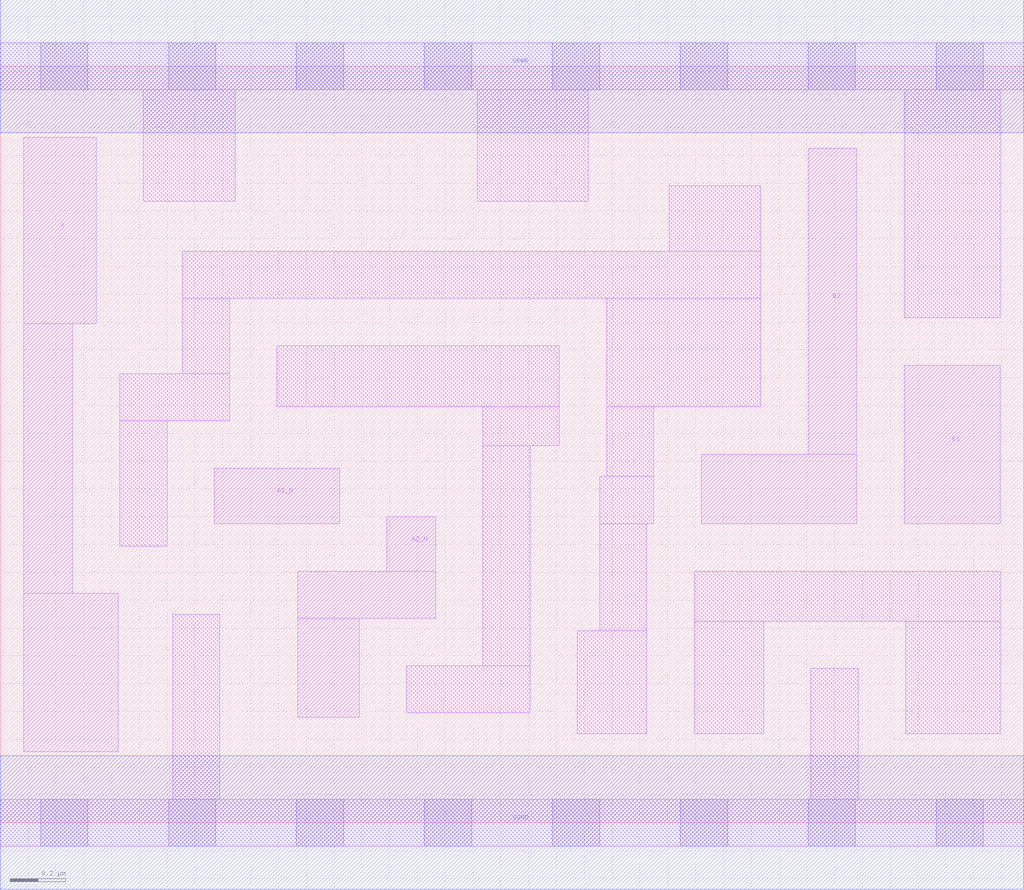
<source format=lef>
# Copyright 2020 The SkyWater PDK Authors
#
# Licensed under the Apache License, Version 2.0 (the "License");
# you may not use this file except in compliance with the License.
# You may obtain a copy of the License at
#
#     https://www.apache.org/licenses/LICENSE-2.0
#
# Unless required by applicable law or agreed to in writing, software
# distributed under the License is distributed on an "AS IS" BASIS,
# WITHOUT WARRANTIES OR CONDITIONS OF ANY KIND, either express or implied.
# See the License for the specific language governing permissions and
# limitations under the License.
#
# SPDX-License-Identifier: Apache-2.0

VERSION 5.7 ;
  NAMESCASESENSITIVE ON ;
  NOWIREEXTENSIONATPIN ON ;
  DIVIDERCHAR "/" ;
  BUSBITCHARS "[]" ;
UNITS
  DATABASE MICRONS 200 ;
END UNITS
MACRO sky130_fd_sc_hd__o2bb2a_1
  CLASS CORE ;
  SOURCE USER ;
  FOREIGN sky130_fd_sc_hd__o2bb2a_1 ;
  ORIGIN  0.000000  0.000000 ;
  SIZE  3.680000 BY  2.720000 ;
  SYMMETRY X Y R90 ;
  SITE unithd ;
  PIN A1_N
    ANTENNAGATEAREA  0.126000 ;
    DIRECTION INPUT ;
    USE SIGNAL ;
    PORT
      LAYER li1 ;
        RECT 0.770000 1.075000 1.220000 1.275000 ;
    END
  END A1_N
  PIN A2_N
    ANTENNAGATEAREA  0.126000 ;
    DIRECTION INPUT ;
    USE SIGNAL ;
    PORT
      LAYER li1 ;
        RECT 1.070000 0.380000 1.290000 0.735000 ;
        RECT 1.070000 0.735000 1.565000 0.905000 ;
        RECT 1.390000 0.905000 1.565000 1.100000 ;
    END
  END A2_N
  PIN B1
    ANTENNAGATEAREA  0.126000 ;
    DIRECTION INPUT ;
    USE SIGNAL ;
    PORT
      LAYER li1 ;
        RECT 3.250000 1.075000 3.595000 1.645000 ;
    END
  END B1
  PIN B2
    ANTENNAGATEAREA  0.126000 ;
    DIRECTION INPUT ;
    USE SIGNAL ;
    PORT
      LAYER li1 ;
        RECT 2.520000 1.075000 3.080000 1.325000 ;
        RECT 2.905000 1.325000 3.080000 2.425000 ;
    END
  END B2
  PIN X
    ANTENNADIFFAREA  0.429000 ;
    DIRECTION OUTPUT ;
    USE SIGNAL ;
    PORT
      LAYER li1 ;
        RECT 0.085000 0.255000 0.425000 0.825000 ;
        RECT 0.085000 0.825000 0.260000 1.795000 ;
        RECT 0.085000 1.795000 0.345000 2.465000 ;
    END
  END X
  PIN VGND
    DIRECTION INOUT ;
    SHAPE ABUTMENT ;
    USE GROUND ;
    PORT
      LAYER met1 ;
        RECT 0.000000 -0.240000 3.680000 0.240000 ;
    END
  END VGND
  PIN VPWR
    DIRECTION INOUT ;
    SHAPE ABUTMENT ;
    USE POWER ;
    PORT
      LAYER met1 ;
        RECT 0.000000 2.480000 3.680000 2.960000 ;
    END
  END VPWR
  OBS
    LAYER li1 ;
      RECT 0.000000 -0.085000 3.680000 0.085000 ;
      RECT 0.000000  2.635000 3.680000 2.805000 ;
      RECT 0.430000  0.995000 0.600000 1.445000 ;
      RECT 0.430000  1.445000 0.825000 1.615000 ;
      RECT 0.515000  2.235000 0.845000 2.635000 ;
      RECT 0.620000  0.085000 0.790000 0.750000 ;
      RECT 0.655000  1.615000 0.825000 1.885000 ;
      RECT 0.655000  1.885000 2.735000 2.055000 ;
      RECT 0.995000  1.495000 2.010000 1.715000 ;
      RECT 1.460000  0.395000 1.905000 0.565000 ;
      RECT 1.715000  2.235000 2.115000 2.635000 ;
      RECT 1.735000  0.565000 1.905000 1.355000 ;
      RECT 1.735000  1.355000 2.010000 1.495000 ;
      RECT 2.075000  0.320000 2.325000 0.690000 ;
      RECT 2.155000  0.690000 2.325000 1.075000 ;
      RECT 2.155000  1.075000 2.350000 1.245000 ;
      RECT 2.180000  1.245000 2.350000 1.495000 ;
      RECT 2.180000  1.495000 2.735000 1.885000 ;
      RECT 2.405000  2.055000 2.735000 2.290000 ;
      RECT 2.495000  0.320000 2.745000 0.725000 ;
      RECT 2.495000  0.725000 3.595000 0.905000 ;
      RECT 2.915000  0.085000 3.085000 0.555000 ;
      RECT 3.250000  1.815000 3.595000 2.635000 ;
      RECT 3.255000  0.320000 3.595000 0.725000 ;
    LAYER mcon ;
      RECT 0.145000 -0.085000 0.315000 0.085000 ;
      RECT 0.145000  2.635000 0.315000 2.805000 ;
      RECT 0.605000 -0.085000 0.775000 0.085000 ;
      RECT 0.605000  2.635000 0.775000 2.805000 ;
      RECT 1.065000 -0.085000 1.235000 0.085000 ;
      RECT 1.065000  2.635000 1.235000 2.805000 ;
      RECT 1.525000 -0.085000 1.695000 0.085000 ;
      RECT 1.525000  2.635000 1.695000 2.805000 ;
      RECT 1.985000 -0.085000 2.155000 0.085000 ;
      RECT 1.985000  2.635000 2.155000 2.805000 ;
      RECT 2.445000 -0.085000 2.615000 0.085000 ;
      RECT 2.445000  2.635000 2.615000 2.805000 ;
      RECT 2.905000 -0.085000 3.075000 0.085000 ;
      RECT 2.905000  2.635000 3.075000 2.805000 ;
      RECT 3.365000 -0.085000 3.535000 0.085000 ;
      RECT 3.365000  2.635000 3.535000 2.805000 ;
  END
END sky130_fd_sc_hd__o2bb2a_1

</source>
